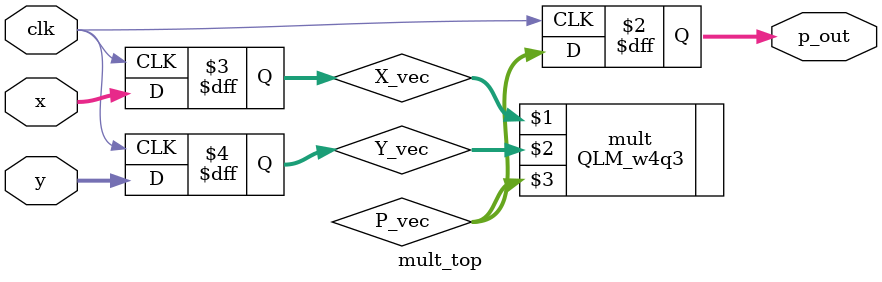
<source format=v>


module mult_top(
    // Clock and reset
    input clk,
    // Input X has a form x_i%d where %d denotes the bit number
    input  [15:0] x,
    // Input Y has a form y_i%d where %d denotes the bit number
    input  [15:0] y,
    // Output P has a form p_out%d where %d denotes the bit number
    output reg [31:0] p_out
    );

    
    // Now we have X_vec and Y_vec signal 
    // Then we do processing with these signals and store the 
    // intermidiate result in P_vec
    // For example purposes X_vec and Y_vec are concanated and stored in P_vec
    wire [31:0] P_vec;
    reg [15:0] X_vec;
    reg [15:0] Y_vec;
    
    QLM_w4q3 mult(X_vec,Y_vec,P_vec); 

 
    always @(posedge clk) 
    begin
        p_out = P_vec;
        X_vec = x;
        Y_vec = y;
    end

endmodule 


</source>
